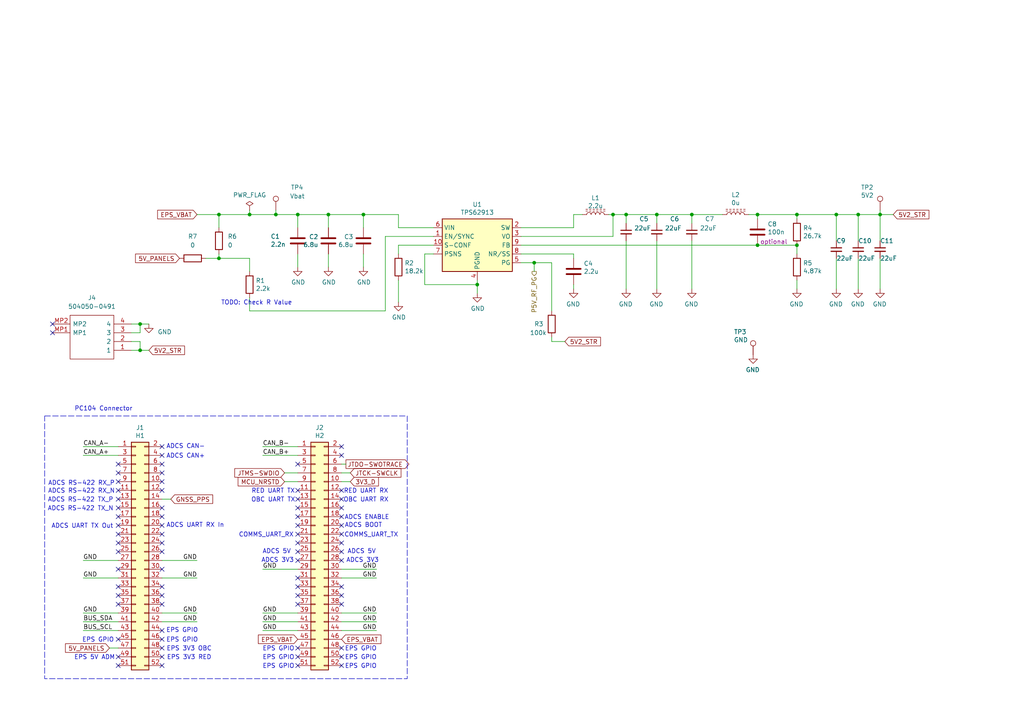
<source format=kicad_sch>
(kicad_sch (version 20231120) (generator "eeschema") (generator_version "8.0")
  (paper "A4")
  (lib_symbols
    (symbol "Connector:TestPoint" (pin_numbers hide) (pin_names (offset 0.762) hide)
      (property "Reference" "TP" (at 0 6.858 0))
      (property "Value" "TestPoint" (at 0 5.08 0))
      (symbol "TestPoint_0_1"
        (circle (center 0 3.302) (radius 0.762))
      )
      (symbol "TestPoint_1_1"
        (pin passive line (at 0 0 90) (length 2.54) (name "1") (number "1"))
      )
    )
    (symbol "Connector_Generic:Conn_02x26_Odd_Even" (pin_names (offset 1.016) hide)
      (property "Reference" "J" (at 1.27 33.02 0))
      (property "Value" "Conn_02x26_Odd_Even" (at 1.27 -35.56 0))
      (symbol "Conn_02x26_Odd_Even_1_1"
        (rectangle (start -1.27 -32.893) (end 0 -33.147) (stroke (width 0.1524)))
        (rectangle (start -1.27 -30.353) (end 0 -30.607) (stroke (width 0.1524)))
        (rectangle (start -1.27 -27.813) (end 0 -28.067) (stroke (width 0.1524)))
        (rectangle (start -1.27 -25.273) (end 0 -25.527) (stroke (width 0.1524)))
        (rectangle (start -1.27 -22.733) (end 0 -22.987) (stroke (width 0.1524)))
        (rectangle (start -1.27 -20.193) (end 0 -20.447) (stroke (width 0.1524)))
        (rectangle (start -1.27 -17.653) (end 0 -17.907) (stroke (width 0.1524)))
        (rectangle (start -1.27 -15.113) (end 0 -15.367) (stroke (width 0.1524)))
        (rectangle (start -1.27 -12.573) (end 0 -12.827) (stroke (width 0.1524)))
        (rectangle (start -1.27 -10.033) (end 0 -10.287) (stroke (width 0.1524)))
        (rectangle (start -1.27 -7.493) (end 0 -7.747) (stroke (width 0.1524)))
        (rectangle (start -1.27 -4.953) (end 0 -5.207) (stroke (width 0.1524)))
        (rectangle (start -1.27 -2.413) (end 0 -2.667) (stroke (width 0.1524)))
        (rectangle (start -1.27 0.127) (end 0 -0.127) (stroke (width 0.1524)))
        (rectangle (start -1.27 2.667) (end 0 2.413) (stroke (width 0.1524)))
        (rectangle (start -1.27 5.207) (end 0 4.953) (stroke (width 0.1524)))
        (rectangle (start -1.27 7.747) (end 0 7.493) (stroke (width 0.1524)))
        (rectangle (start -1.27 10.287) (end 0 10.033) (stroke (width 0.1524)))
        (rectangle (start -1.27 12.827) (end 0 12.573) (stroke (width 0.1524)))
        (rectangle (start -1.27 15.367) (end 0 15.113) (stroke (width 0.1524)))
        (rectangle (start -1.27 17.907) (end 0 17.653) (stroke (width 0.1524)))
        (rectangle (start -1.27 20.447) (end 0 20.193) (stroke (width 0.1524)))
        (rectangle (start -1.27 22.987) (end 0 22.733) (stroke (width 0.1524)))
        (rectangle (start -1.27 25.527) (end 0 25.273) (stroke (width 0.1524)))
        (rectangle (start -1.27 28.067) (end 0 27.813) (stroke (width 0.1524)))
        (rectangle (start -1.27 30.607) (end 0 30.353) (stroke (width 0.1524)))
        (rectangle (start -1.27 31.75) (end 3.81 -34.29) (stroke (width 0.254)) (fill (type background)))
        (rectangle (start 3.81 -32.893) (end 2.54 -33.147) (stroke (width 0.1524)))
        (rectangle (start 3.81 -30.353) (end 2.54 -30.607) (stroke (width 0.1524)))
        (rectangle (start 3.81 -27.813) (end 2.54 -28.067) (stroke (width 0.1524)))
        (rectangle (start 3.81 -25.273) (end 2.54 -25.527) (stroke (width 0.1524)))
        (rectangle (start 3.81 -22.733) (end 2.54 -22.987) (stroke (width 0.1524)))
        (rectangle (start 3.81 -20.193) (end 2.54 -20.447) (stroke (width 0.1524)))
        (rectangle (start 3.81 -17.653) (end 2.54 -17.907) (stroke (width 0.1524)))
        (rectangle (start 3.81 -15.113) (end 2.54 -15.367) (stroke (width 0.1524)))
        (rectangle (start 3.81 -12.573) (end 2.54 -12.827) (stroke (width 0.1524)))
        (rectangle (start 3.81 -10.033) (end 2.54 -10.287) (stroke (width 0.1524)))
        (rectangle (start 3.81 -7.493) (end 2.54 -7.747) (stroke (width 0.1524)))
        (rectangle (start 3.81 -4.953) (end 2.54 -5.207) (stroke (width 0.1524)))
        (rectangle (start 3.81 -2.413) (end 2.54 -2.667) (stroke (width 0.1524)))
        (rectangle (start 3.81 0.127) (end 2.54 -0.127) (stroke (width 0.1524)))
        (rectangle (start 3.81 2.667) (end 2.54 2.413) (stroke (width 0.1524)))
        (rectangle (start 3.81 5.207) (end 2.54 4.953) (stroke (width 0.1524)))
        (rectangle (start 3.81 7.747) (end 2.54 7.493) (stroke (width 0.1524)))
        (rectangle (start 3.81 10.287) (end 2.54 10.033) (stroke (width 0.1524)))
        (rectangle (start 3.81 12.827) (end 2.54 12.573) (stroke (width 0.1524)))
        (rectangle (start 3.81 15.367) (end 2.54 15.113) (stroke (width 0.1524)))
        (rectangle (start 3.81 17.907) (end 2.54 17.653) (stroke (width 0.1524)))
        (rectangle (start 3.81 20.447) (end 2.54 20.193) (stroke (width 0.1524)))
        (rectangle (start 3.81 22.987) (end 2.54 22.733) (stroke (width 0.1524)))
        (rectangle (start 3.81 25.527) (end 2.54 25.273) (stroke (width 0.1524)))
        (rectangle (start 3.81 28.067) (end 2.54 27.813) (stroke (width 0.1524)))
        (rectangle (start 3.81 30.607) (end 2.54 30.353) (stroke (width 0.1524)))
        (pin passive line (at -5.08 30.48 0) (length 3.81) (name "Pin_1") (number "1"))
        (pin passive line (at 7.62 20.32 180) (length 3.81) (name "Pin_10") (number "10"))
        (pin passive line (at -5.08 17.78 0) (length 3.81) (name "Pin_11") (number "11"))
        (pin passive line (at 7.62 17.78 180) (length 3.81) (name "Pin_12") (number "12"))
        (pin passive line (at -5.08 15.24 0) (length 3.81) (name "Pin_13") (number "13"))
        (pin passive line (at 7.62 15.24 180) (length 3.81) (name "Pin_14") (number "14"))
        (pin passive line (at -5.08 12.7 0) (length 3.81) (name "Pin_15") (number "15"))
        (pin passive line (at 7.62 12.7 180) (length 3.81) (name "Pin_16") (number "16"))
        (pin passive line (at -5.08 10.16 0) (length 3.81) (name "Pin_17") (number "17"))
        (pin passive line (at 7.62 10.16 180) (length 3.81) (name "Pin_18") (number "18"))
        (pin passive line (at -5.08 7.62 0) (length 3.81) (name "Pin_19") (number "19"))
        (pin passive line (at 7.62 30.48 180) (length 3.81) (name "Pin_2") (number "2"))
        (pin passive line (at 7.62 7.62 180) (length 3.81) (name "Pin_20") (number "20"))
        (pin passive line (at -5.08 5.08 0) (length 3.81) (name "Pin_21") (number "21"))
        (pin passive line (at 7.62 5.08 180) (length 3.81) (name "Pin_22") (number "22"))
        (pin passive line (at -5.08 2.54 0) (length 3.81) (name "Pin_23") (number "23"))
        (pin passive line (at 7.62 2.54 180) (length 3.81) (name "Pin_24") (number "24"))
        (pin passive line (at -5.08 0 0) (length 3.81) (name "Pin_25") (number "25"))
        (pin passive line (at 7.62 0 180) (length 3.81) (name "Pin_26") (number "26"))
        (pin passive line (at -5.08 -2.54 0) (length 3.81) (name "Pin_27") (number "27"))
        (pin passive line (at 7.62 -2.54 180) (length 3.81) (name "Pin_28") (number "28"))
        (pin passive line (at -5.08 -5.08 0) (length 3.81) (name "Pin_29") (number "29"))
        (pin passive line (at -5.08 27.94 0) (length 3.81) (name "Pin_3") (number "3"))
        (pin passive line (at 7.62 -5.08 180) (length 3.81) (name "Pin_30") (number "30"))
        (pin passive line (at -5.08 -7.62 0) (length 3.81) (name "Pin_31") (number "31"))
        (pin passive line (at 7.62 -7.62 180) (length 3.81) (name "Pin_32") (number "32"))
        (pin passive line (at -5.08 -10.16 0) (length 3.81) (name "Pin_33") (number "33"))
        (pin passive line (at 7.62 -10.16 180) (length 3.81) (name "Pin_34") (number "34"))
        (pin passive line (at -5.08 -12.7 0) (length 3.81) (name "Pin_35") (number "35"))
        (pin passive line (at 7.62 -12.7 180) (length 3.81) (name "Pin_36") (number "36"))
        (pin passive line (at -5.08 -15.24 0) (length 3.81) (name "Pin_37") (number "37"))
        (pin passive line (at 7.62 -15.24 180) (length 3.81) (name "Pin_38") (number "38"))
        (pin passive line (at -5.08 -17.78 0) (length 3.81) (name "Pin_39") (number "39"))
        (pin passive line (at 7.62 27.94 180) (length 3.81) (name "Pin_4") (number "4"))
        (pin passive line (at 7.62 -17.78 180) (length 3.81) (name "Pin_40") (number "40"))
        (pin passive line (at -5.08 -20.32 0) (length 3.81) (name "Pin_41") (number "41"))
        (pin passive line (at 7.62 -20.32 180) (length 3.81) (name "Pin_42") (number "42"))
        (pin passive line (at -5.08 -22.86 0) (length 3.81) (name "Pin_43") (number "43"))
        (pin passive line (at 7.62 -22.86 180) (length 3.81) (name "Pin_44") (number "44"))
        (pin passive line (at -5.08 -25.4 0) (length 3.81) (name "Pin_45") (number "45"))
        (pin passive line (at 7.62 -25.4 180) (length 3.81) (name "Pin_46") (number "46"))
        (pin passive line (at -5.08 -27.94 0) (length 3.81) (name "Pin_47") (number "47"))
        (pin passive line (at 7.62 -27.94 180) (length 3.81) (name "Pin_48") (number "48"))
        (pin passive line (at -5.08 -30.48 0) (length 3.81) (name "Pin_49") (number "49"))
        (pin passive line (at -5.08 25.4 0) (length 3.81) (name "Pin_5") (number "5"))
        (pin passive line (at 7.62 -30.48 180) (length 3.81) (name "Pin_50") (number "50"))
        (pin passive line (at -5.08 -33.02 0) (length 3.81) (name "Pin_51") (number "51"))
        (pin passive line (at 7.62 -33.02 180) (length 3.81) (name "Pin_52") (number "52"))
        (pin passive line (at 7.62 25.4 180) (length 3.81) (name "Pin_6") (number "6"))
        (pin passive line (at -5.08 22.86 0) (length 3.81) (name "Pin_7") (number "7"))
        (pin passive line (at 7.62 22.86 180) (length 3.81) (name "Pin_8") (number "8"))
        (pin passive line (at -5.08 20.32 0) (length 3.81) (name "Pin_9") (number "9"))
      )
    )
    (symbol "Connectors:504050-0491" (pin_names (offset 0.762))
      (property "Reference" "J" (at 19.05 7.62 0))
      (property "Value" "504050-0491" (at 19.05 5.08 0))
      (symbol "504050-0491_0_0"
        (pin passive line (at 0 -7.62 0) (length 5.08) (name "1") (number "1"))
        (pin passive line (at 0 -5.08 0) (length 5.08) (name "2") (number "2"))
        (pin passive line (at 0 -2.54 0) (length 5.08) (name "3") (number "3"))
        (pin passive line (at 0 0 0) (length 5.08) (name "4") (number "4"))
        (pin passive line (at 22.86 -2.54 180) (length 5.08) (name "MP1") (number "MP1"))
        (pin passive line (at 22.86 0 180) (length 5.08) (name "MP2") (number "MP2"))
      )
      (symbol "504050-0491_0_1"
        (polyline (pts (xy 5.08 2.54) (xy 17.78 2.54) (xy 17.78 -10.16) (xy 5.08 -10.16) (xy 5.08 2.54)) (stroke (width 0.1524)))
      )
    )
    (symbol "Device:C" (pin_numbers hide) (pin_names (offset 0.254))
      (property "Reference" "C" (at 0.635 2.54 0))
      (property "Value" "C" (at 0.635 -2.54 0))
      (symbol "C_0_1"
        (polyline (pts (xy -2.032 -0.762) (xy 2.032 -0.762)) (stroke (width 0.508)))
        (polyline (pts (xy -2.032 0.762) (xy 2.032 0.762)) (stroke (width 0.508)))
      )
      (symbol "C_1_1"
        (pin passive line (at 0 3.81 270) (length 2.794) (name "~") (number "1"))
        (pin passive line (at 0 -3.81 90) (length 2.794) (name "~") (number "2"))
      )
    )
    (symbol "Device:C_Small" (pin_numbers hide) (pin_names (offset 0.254) hide)
      (property "Reference" "C" (at 0.254 1.778 0))
      (property "Value" "C_Small" (at 0.254 -2.032 0))
      (symbol "C_Small_0_1"
        (polyline (pts (xy -1.524 -0.508) (xy 1.524 -0.508)) (stroke (width 0.3302)))
        (polyline (pts (xy -1.524 0.508) (xy 1.524 0.508)) (stroke (width 0.3048)))
      )
      (symbol "C_Small_1_1"
        (pin passive line (at 0 2.54 270) (length 2.032) (name "~") (number "1"))
        (pin passive line (at 0 -2.54 90) (length 2.032) (name "~") (number "2"))
      )
    )
    (symbol "Device:L_Ferrite" (pin_numbers hide) (pin_names (offset 1.016) hide)
      (property "Reference" "L" (at -1.27 0 90))
      (property "Value" "L_Ferrite" (at 2.794 0 90))
      (symbol "L_Ferrite_0_1"
        (arc (start 0 -2.54) (mid 0.6323 -1.905) (end 0 -1.27))
        (arc (start 0 -1.27) (mid 0.6323 -0.635) (end 0 0))
        (polyline (pts (xy 1.016 -2.794) (xy 1.016 -2.286)))
        (polyline (pts (xy 1.016 -1.778) (xy 1.016 -1.27)))
        (polyline (pts (xy 1.016 -0.762) (xy 1.016 -0.254)))
        (polyline (pts (xy 1.016 0.254) (xy 1.016 0.762)))
        (polyline (pts (xy 1.016 1.27) (xy 1.016 1.778)))
        (polyline (pts (xy 1.016 2.286) (xy 1.016 2.794)))
        (polyline (pts (xy 1.524 -2.286) (xy 1.524 -2.794)))
        (polyline (pts (xy 1.524 -1.27) (xy 1.524 -1.778)))
        (polyline (pts (xy 1.524 -0.254) (xy 1.524 -0.762)))
        (polyline (pts (xy 1.524 0.762) (xy 1.524 0.254)))
        (polyline (pts (xy 1.524 1.778) (xy 1.524 1.27)))
        (polyline (pts (xy 1.524 2.794) (xy 1.524 2.286)))
        (arc (start 0 0) (mid 0.6323 0.635) (end 0 1.27))
        (arc (start 0 1.27) (mid 0.6323 1.905) (end 0 2.54))
      )
      (symbol "L_Ferrite_1_1"
        (pin passive line (at 0 3.81 270) (length 1.27) (name "1") (number "1"))
        (pin passive line (at 0 -3.81 90) (length 1.27) (name "2") (number "2"))
      )
    )
    (symbol "Device:R" (pin_numbers hide) (pin_names (offset 0))
      (property "Reference" "R" (at 2.032 0 90))
      (property "Value" "R" (at 0 0 90))
      (symbol "R_0_1"
        (rectangle (start -1.016 -2.54) (end 1.016 2.54) (stroke (width 0.254)))
      )
      (symbol "R_1_1"
        (pin passive line (at 0 3.81 270) (length 1.27) (name "~") (number "1"))
        (pin passive line (at 0 -3.81 90) (length 1.27) (name "~") (number "2"))
      )
    )
    (symbol "lsf-kicad:TPS62913"
      (property "Reference" "U" (at -10.16 10.16 0))
      (property "Value" "TPS62913" (at 7.62 10.16 0))
      (symbol "TPS62913_0_1"
        (rectangle (start -10.16 7.62) (end 10.16 -7.62) (stroke (width 0.254)) (fill (type background)))
      )
      (symbol "TPS62913_1_1"
        (pin input line (at -12.7 2.54 0) (length 2.54) (name "EN/SYNC") (number "1"))
        (pin output line (at -12.7 0 0) (length 2.54) (name "S-CONF") (number "10"))
        (pin bidirectional line (at 12.7 5.08 180) (length 2.54) (name "SW") (number "2"))
        (pin input line (at 12.7 2.54 180) (length 2.54) (name "VO") (number "3"))
        (pin power_in line (at 0 -10.16 90) (length 2.54) (name "PGND") (number "4"))
        (pin output line (at 12.7 -5.08 180) (length 2.54) (name "PG") (number "5"))
        (pin power_in line (at -12.7 5.08 0) (length 2.54) (name "VIN") (number "6"))
        (pin input line (at -12.7 -2.54 0) (length 2.54) (name "PSNS") (number "7"))
        (pin output line (at 12.7 -2.54 180) (length 2.54) (name "NR/SS") (number "8"))
        (pin input line (at 12.7 0 180) (length 2.54) (name "FB") (number "9"))
      )
    )
    (symbol "power:GND" (power) (pin_names (offset 0))
      (property "Value" "GND" (at 0 -3.81 0))
      (symbol "GND_0_1"
        (polyline (pts (xy 0 0) (xy 0 -1.27) (xy 1.27 -1.27) (xy 0 -2.54) (xy -1.27 -1.27) (xy 0 -1.27)))
      )
      (symbol "GND_1_1"
        (pin power_in line (at 0 0 270) (length 0) hide (name "GND") (number "1"))
      )
    )
    (symbol "power:PWR_FLAG" (power) (pin_numbers hide) (pin_names (offset 0) hide)
      (property "Value" "PWR_FLAG" (at 0 3.81 0))
      (symbol "PWR_FLAG_0_0"
        (pin power_out line (at 0 0 90) (length 0) (name "pwr") (number "1"))
      )
      (symbol "PWR_FLAG_0_1"
        (polyline (pts (xy 0 0) (xy 0 1.27) (xy -1.016 1.905) (xy 0 2.54) (xy 1.016 1.905) (xy 0 1.27)))
      )
    )
  )
  (junction (at 219.71 71.12))
  (junction (at 248.92 62.23))
  (junction (at 40.64 101.6))
  (junction (at 63.5 62.23))
  (junction (at 138.43 82.55))
  (junction (at 80.01 62.23))
  (junction (at 200.66 62.23))
  (junction (at 190.5 62.23))
  (junction (at 181.61 62.23))
  (junction (at 231.14 71.12))
  (junction (at 255.27 62.23))
  (junction (at 95.25 62.23))
  (junction (at 219.71 62.23))
  (junction (at 63.5 74.93))
  (junction (at 72.39 62.23))
  (junction (at 231.14 62.23))
  (junction (at 40.64 93.98))
  (junction (at 177.8 62.23))
  (junction (at 154.94 76.2))
  (junction (at 242.57 62.23))
  (junction (at 86.36 62.23))
  (junction (at 105.41 62.23))
  (no_connect (at 34.29 139.7))
  (no_connect (at 99.06 154.94))
  (no_connect (at 99.06 149.86))
  (no_connect (at 99.06 162.56))
  (no_connect (at 86.36 193.04))
  (no_connect (at 86.36 162.56))
  (no_connect (at 46.99 132.08))
  (no_connect (at 34.29 190.5))
  (no_connect (at 86.36 172.72))
  (no_connect (at 34.29 170.18))
  (no_connect (at 99.06 152.4))
  (no_connect (at 46.99 185.42))
  (no_connect (at 46.99 139.7))
  (no_connect (at 99.06 157.48))
  (no_connect (at 86.36 170.18))
  (no_connect (at 99.06 187.96))
  (no_connect (at 34.29 157.48))
  (no_connect (at 46.99 157.48))
  (no_connect (at 34.29 193.04))
  (no_connect (at 86.36 190.5))
  (no_connect (at 99.06 193.04))
  (no_connect (at 15.24 93.98))
  (no_connect (at 99.06 129.54))
  (no_connect (at 34.29 165.1))
  (no_connect (at 46.99 187.96))
  (no_connect (at 99.06 142.24))
  (no_connect (at 46.99 142.24))
  (no_connect (at 99.06 190.5))
  (no_connect (at 34.29 144.78))
  (no_connect (at 34.29 134.62))
  (no_connect (at 34.29 142.24))
  (no_connect (at 15.24 96.52))
  (no_connect (at 86.36 154.94))
  (no_connect (at 86.36 147.32))
  (no_connect (at 99.06 175.26))
  (no_connect (at 46.99 193.04))
  (no_connect (at 34.29 172.72))
  (no_connect (at 86.36 144.78))
  (no_connect (at 34.29 147.32))
  (no_connect (at 46.99 134.62))
  (no_connect (at 34.29 149.86))
  (no_connect (at 46.99 165.1))
  (no_connect (at 46.99 149.86))
  (no_connect (at 46.99 152.4))
  (no_connect (at 86.36 175.26))
  (no_connect (at 34.29 175.26))
  (no_connect (at 86.36 187.96))
  (no_connect (at 86.36 134.62))
  (no_connect (at 99.06 170.18))
  (no_connect (at 46.99 172.72))
  (no_connect (at 46.99 190.5))
  (no_connect (at 86.36 142.24))
  (no_connect (at 99.06 172.72))
  (no_connect (at 46.99 129.54))
  (no_connect (at 99.06 147.32))
  (no_connect (at 86.36 160.02))
  (no_connect (at 86.36 157.48))
  (no_connect (at 46.99 154.94))
  (no_connect (at 34.29 152.4))
  (no_connect (at 34.29 137.16))
  (no_connect (at 46.99 160.02))
  (no_connect (at 34.29 185.42))
  (no_connect (at 34.29 160.02))
  (no_connect (at 34.29 154.94))
  (no_connect (at 86.36 152.4))
  (no_connect (at 46.99 182.88))
  (no_connect (at 99.06 132.08))
  (no_connect (at 99.06 144.78))
  (no_connect (at 46.99 175.26))
  (no_connect (at 46.99 147.32))
  (no_connect (at 46.99 137.16))
  (no_connect (at 86.36 167.64))
  (no_connect (at 46.99 170.18))
  (no_connect (at 86.36 149.86))
  (no_connect (at 99.06 160.02))
  (wire (pts (xy 57.15 180.34) (xy 46.99 180.34)))
  (wire (pts (xy 248.92 62.23) (xy 248.92 69.85)))
  (wire (pts (xy 82.55 139.7) (xy 86.36 139.7)))
  (wire (pts (xy 72.39 62.23) (xy 80.01 62.23)))
  (wire (pts (xy 72.39 86.36) (xy 72.39 90.17)))
  (wire (pts (xy 151.13 76.2) (xy 154.94 76.2)))
  (wire (pts (xy 217.17 62.23) (xy 219.71 62.23)))
  (wire (pts (xy 115.57 81.28) (xy 115.57 87.63)))
  (wire (pts (xy 105.41 62.23) (xy 115.57 62.23)))
  (wire (pts (xy 31.75 187.96) (xy 34.29 187.96)))
  (wire (pts (xy 57.15 177.8) (xy 46.99 177.8)))
  (wire (pts (xy 109.22 180.34) (xy 99.06 180.34)))
  (wire (pts (xy 109.22 177.8) (xy 99.06 177.8)))
  (wire (pts (xy 57.15 62.23) (xy 63.5 62.23)))
  (wire (pts (xy 86.36 62.23) (xy 95.25 62.23)))
  (wire (pts (xy 181.61 62.23) (xy 181.61 64.77)))
  (wire (pts (xy 242.57 62.23) (xy 248.92 62.23)))
  (wire (pts (xy 160.02 97.79) (xy 160.02 99.06)))
  (wire (pts (xy 86.36 66.04) (xy 86.36 62.23)))
  (wire (pts (xy 190.5 62.23) (xy 200.66 62.23)))
  (wire (pts (xy 40.64 96.52) (xy 38.1 96.52)))
  (wire (pts (xy 24.13 132.08) (xy 34.29 132.08)))
  (wire (pts (xy 115.57 66.04) (xy 125.73 66.04)))
  (wire (pts (xy 63.5 62.23) (xy 72.39 62.23)))
  (wire (pts (xy 24.13 167.64) (xy 34.29 167.64)))
  (wire (pts (xy 160.02 99.06) (xy 163.83 99.06)))
  (wire (pts (xy 181.61 69.85) (xy 181.61 83.82)))
  (wire (pts (xy 177.8 62.23) (xy 181.61 62.23)))
  (wire (pts (xy 154.94 76.2) (xy 154.94 78.74)))
  (wire (pts (xy 46.99 144.78) (xy 49.53 144.78)))
  (wire (pts (xy 115.57 71.12) (xy 115.57 73.66)))
  (wire (pts (xy 138.43 82.55) (xy 138.43 85.09)))
  (wire (pts (xy 82.55 137.16) (xy 86.36 137.16)))
  (wire (pts (xy 231.14 62.23) (xy 242.57 62.23)))
  (wire (pts (xy 76.2 182.88) (xy 86.36 182.88)))
  (wire (pts (xy 109.22 182.88) (xy 99.06 182.88)))
  (wire (pts (xy 111.76 90.17) (xy 111.76 68.58)))
  (wire (pts (xy 200.66 62.23) (xy 200.66 64.77)))
  (wire (pts (xy 40.64 101.6) (xy 38.1 101.6)))
  (wire (pts (xy 86.36 129.54) (xy 76.2 129.54)))
  (wire (pts (xy 95.25 62.23) (xy 105.41 62.23)))
  (wire (pts (xy 242.57 62.23) (xy 242.57 69.85)))
  (wire (pts (xy 57.15 167.64) (xy 46.99 167.64)))
  (wire (pts (xy 151.13 68.58) (xy 177.8 68.58)))
  (wire (pts (xy 176.53 62.23) (xy 177.8 62.23)))
  (wire (pts (xy 63.5 62.23) (xy 63.5 66.04)))
  (wire (pts (xy 123.19 82.55) (xy 138.43 82.55)))
  (wire (pts (xy 255.27 60.96) (xy 255.27 62.23)))
  (wire (pts (xy 40.64 93.98) (xy 40.64 96.52)))
  (wire (pts (xy 80.01 60.96) (xy 80.01 62.23)))
  (wire (pts (xy 76.2 177.8) (xy 86.36 177.8)))
  (wire (pts (xy 151.13 73.66) (xy 166.37 73.66)))
  (wire (pts (xy 24.13 162.56) (xy 34.29 162.56)))
  (wire (pts (xy 105.41 62.23) (xy 105.41 66.04)))
  (wire (pts (xy 166.37 62.23) (xy 168.91 62.23)))
  (wire (pts (xy 255.27 62.23) (xy 255.27 69.85)))
  (wire (pts (xy 40.64 101.6) (xy 43.18 101.6)))
  (wire (pts (xy 72.39 60.96) (xy 72.39 62.23)))
  (wire (pts (xy 115.57 71.12) (xy 125.73 71.12)))
  (wire (pts (xy 24.13 180.34) (xy 34.29 180.34)))
  (wire (pts (xy 190.5 69.85) (xy 190.5 83.82)))
  (wire (pts (xy 242.57 74.93) (xy 242.57 83.82)))
  (wire (pts (xy 86.36 73.66) (xy 86.36 77.47)))
  (wire (pts (xy 43.18 93.98) (xy 40.64 93.98)))
  (wire (pts (xy 24.13 177.8) (xy 34.29 177.8)))
  (wire (pts (xy 151.13 71.12) (xy 219.71 71.12)))
  (wire (pts (xy 219.71 62.23) (xy 219.71 63.5)))
  (wire (pts (xy 219.71 62.23) (xy 231.14 62.23)))
  (wire (pts (xy 63.5 73.66) (xy 63.5 74.93)))
  (wire (pts (xy 166.37 66.04) (xy 151.13 66.04)))
  (wire (pts (xy 115.57 62.23) (xy 115.57 66.04)))
  (wire (pts (xy 101.6 139.7) (xy 99.06 139.7)))
  (wire (pts (xy 200.66 69.85) (xy 200.66 83.82)))
  (wire (pts (xy 24.13 129.54) (xy 34.29 129.54)))
  (wire (pts (xy 24.13 182.88) (xy 34.29 182.88)))
  (wire (pts (xy 219.71 71.12) (xy 231.14 71.12)))
  (wire (pts (xy 231.14 81.28) (xy 231.14 83.82)))
  (wire (pts (xy 123.19 73.66) (xy 123.19 82.55)))
  (wire (pts (xy 105.41 73.66) (xy 105.41 77.47)))
  (wire (pts (xy 101.6 137.16) (xy 99.06 137.16)))
  (wire (pts (xy 95.25 62.23) (xy 95.25 66.04)))
  (wire (pts (xy 166.37 83.82) (xy 166.37 82.55)))
  (wire (pts (xy 123.19 73.66) (xy 125.73 73.66)))
  (wire (pts (xy 63.5 74.93) (xy 59.69 74.93)))
  (wire (pts (xy 72.39 74.93) (xy 63.5 74.93)))
  (wire (pts (xy 72.39 90.17) (xy 111.76 90.17)))
  (wire (pts (xy 166.37 73.66) (xy 166.37 74.93)))
  (wire (pts (xy 231.14 71.12) (xy 231.14 73.66)))
  (wire (pts (xy 57.15 162.56) (xy 46.99 162.56)))
  (wire (pts (xy 200.66 62.23) (xy 209.55 62.23)))
  (wire (pts (xy 40.64 99.06) (xy 40.64 101.6)))
  (wire (pts (xy 72.39 78.74) (xy 72.39 74.93)))
  (wire (pts (xy 154.94 76.2) (xy 160.02 76.2)))
  (wire (pts (xy 99.06 165.1) (xy 109.22 165.1)))
  (wire (pts (xy 76.2 132.08) (xy 86.36 132.08)))
  (wire (pts (xy 99.06 167.64) (xy 109.22 167.64)))
  (wire (pts (xy 248.92 74.93) (xy 248.92 83.82)))
  (wire (pts (xy 80.01 62.23) (xy 86.36 62.23)))
  (wire (pts (xy 160.02 76.2) (xy 160.02 90.17)))
  (wire (pts (xy 181.61 62.23) (xy 190.5 62.23)))
  (wire (pts (xy 190.5 62.23) (xy 190.5 64.77)))
  (wire (pts (xy 111.76 68.58) (xy 125.73 68.58)))
  (wire (pts (xy 231.14 63.5) (xy 231.14 62.23)))
  (wire (pts (xy 259.08 62.23) (xy 255.27 62.23)))
  (wire (pts (xy 166.37 62.23) (xy 166.37 66.04)))
  (wire (pts (xy 40.64 93.98) (xy 38.1 93.98)))
  (wire (pts (xy 38.1 99.06) (xy 40.64 99.06)))
  (wire (pts (xy 248.92 62.23) (xy 255.27 62.23)))
  (wire (pts (xy 100.33 134.62) (xy 99.06 134.62)))
  (wire (pts (xy 76.2 180.34) (xy 86.36 180.34)))
  (wire (pts (xy 255.27 74.93) (xy 255.27 83.82)))
  (wire (pts (xy 177.8 62.23) (xy 177.8 68.58)))
  (wire (pts (xy 138.43 81.28) (xy 138.43 82.55)))
  (wire (pts (xy 76.2 165.1) (xy 86.36 165.1)))
  (wire (pts (xy 95.25 73.66) (xy 95.25 77.47)))
  (rectangle (start 12.954 120.65) (end 118.11 196.85) (stroke (width 0) (type dash)))
  (text "OBC UART RX" (at 106.172 145.034 0) (effects (font (size 1.27 1.27))))
  (text "ADCS CAN-" (at 53.848 129.54 0) (effects (font (size 1.27 1.27))))
  (text "COMMS_UART_TX" (at 107.696 155.194 0) (effects (font (size 1.27 1.27))))
  (text "EPS GPIO" (at 80.772 190.754 0) (effects (font (size 1.27 1.27))))
  (text "EPS 5V ADM" (at 27.432 190.754 0) (effects (font (size 1.27 1.27))))
  (text "EPS GPIO" (at 80.772 188.214 0) (effects (font (size 1.27 1.27))))
  (text "ADCS 5V" (at 104.902 160.02 0) (effects (font (size 1.27 1.27))))
  (text "ADCS UART RX In\n" (at 56.642 152.4 0) (effects (font (size 1.27 1.27))))
  (text "ADCS RS-422 RX_P\n" (at 23.622 140.208 0) (effects (font (size 1.27 1.27))))
  (text "PC104 Connector\n" (at 21.59 119.38 0) (effects (font (size 1.27 1.27)) (justify left bottom)))
  (text "ADCS 5V" (at 80.264 160.02 0) (effects (font (size 1.27 1.27))))
  (text "EPS GPIO" (at 28.448 185.674 0) (effects (font (size 1.27 1.27))))
  (text "ADCS 3V3\n" (at 105.156 162.56 0) (effects (font (size 1.27 1.27))))
  (text "EPS GPIO" (at 52.832 185.674 0) (effects (font (size 1.27 1.27))))
  (text "EPS 3V3 RED" (at 54.864 190.754 0) (effects (font (size 1.27 1.27))))
  (text "ADCS BOOT" (at 105.41 152.4 0) (effects (font (size 1.27 1.27))))
  (text "ADCS UART TX Out\n" (at 23.876 152.654 0) (effects (font (size 1.27 1.27))))
  (text "EPS GPIO" (at 104.648 193.294 0) (effects (font (size 1.27 1.27))))
  (text "RED UART RX" (at 106.172 142.494 0) (effects (font (size 1.27 1.27))))
  (text "EPS GPIO" (at 104.648 190.754 0) (effects (font (size 1.27 1.27))))
  (text "OBC UART TX" (at 79.248 145.034 0) (effects (font (size 1.27 1.27))))
  (text "ADCS ENABLE" (at 106.426 150.114 0) (effects (font (size 1.27 1.27))))
  (text "EPS 3V3 OBC" (at 54.864 188.214 0) (effects (font (size 1.27 1.27))))
  (text "ADCS RS-422 RX_N\n\n" (at 23.622 143.51 0) (effects (font (size 1.27 1.27))))
  (text "ADCS RS-422 TX_P\n\n" (at 23.368 146.05 0) (effects (font (size 1.27 1.27))))
  (text "TODO: Check R Value" (at 74.422 87.884 0) (effects (font (size 1.27 1.27))))
  (text "EPS GPIO" (at 52.832 182.88 0) (effects (font (size 1.27 1.27))))
  (text "ADCS CAN+\n" (at 53.848 132.334 0) (effects (font (size 1.27 1.27))))
  (text "ADCS 3V3\n" (at 80.518 162.56 0) (effects (font (size 1.27 1.27))))
  (text "EPS GPIO" (at 104.648 188.214 0) (effects (font (size 1.27 1.27))))
  (text "RED UART TX" (at 79.248 142.494 0) (effects (font (size 1.27 1.27))))
  (text "COMMS_UART_RX" (at 77.216 155.194 0) (effects (font (size 1.27 1.27))))
  (text "ADCS RS-422 TX_N\n" (at 23.368 147.574 0) (effects (font (size 1.27 1.27))))
  (text "EPS GPIO" (at 80.772 193.294 0) (effects (font (size 1.27 1.27))))
  (label "CAN_A-" (at 24.13 129.54 0))
  (label "BUS_SDA" (at 24.13 180.34 0))
  (label "GND" (at 76.2 180.34 0))
  (label "CAN_A+" (at 24.13 132.08 0))
  (label "GND" (at 109.22 167.64 180))
  (label "GND" (at 109.22 165.1 180))
  (label "CAN_B+" (at 76.2 132.08 0))
  (label "GND" (at 57.15 162.56 180))
  (label "GND" (at 24.13 167.64 0))
  (label "GND" (at 57.15 177.8 180))
  (label "GND" (at 76.2 182.88 0))
  (label "GND" (at 76.2 165.1 0))
  (label "GND" (at 24.13 177.8 0))
  (label "GND" (at 24.13 162.56 0))
  (label "GND" (at 109.22 182.88 180))
  (label "BUS_SCL" (at 24.13 182.88 0))
  (label "GND" (at 57.15 167.64 180))
  (label "GND" (at 109.22 180.34 180))
  (label "GND" (at 109.22 177.8 180))
  (label "CAN_B-" (at 76.2 129.54 0))
  (label "GND" (at 57.15 180.34 180))
  (label "GND" (at 76.2 177.8 0))
  (global_label "5V2_STR" (shape input) (at 163.83 99.06 0) (property "Intersheetrefs" "${INTERSHEET_REFS}" (effects (hide yes))))
  (global_label "3V3_D" (shape input) (at 101.6 139.7 0) (property "Intersheetrefs" "${INTERSHEET_REFS}" (effects (hide yes))))
  (global_label "JTDO-SWOTRACE" (shape output) (at 100.33 134.62 0) (property "Intersheetrefs" "${INTERSHEET_REFS}" (effects (hide yes))))
  (global_label "EPS_VBAT" (shape input) (at 86.36 185.42 180) (property "Intersheetrefs" "${INTERSHEET_REFS}" (effects (hide yes))))
  (global_label "5V_PANELS" (shape input) (at 52.07 74.93 180) (property "Intersheetrefs" "${INTERSHEET_REFS}" (effects (hide yes))))
  (global_label "5V2_STR" (shape input) (at 43.18 101.6 0) (property "Intersheetrefs" "${INTERSHEET_REFS}" (effects (hide yes))))
  (global_label "JTMS-SWDIO" (shape input) (at 82.55 137.16 180) (property "Intersheetrefs" "${INTERSHEET_REFS}" (effects (hide yes))))
  (global_label "GNSS_PPS" (shape input) (at 49.53 144.78 0) (property "Intersheetrefs" "${INTERSHEET_REFS}" (effects (hide yes))))
  (global_label "5V2_STR" (shape input) (at 259.08 62.23 0) (property "Intersheetrefs" "${INTERSHEET_REFS}" (effects (hide yes))))
  (global_label "JTCK-SWCLK" (shape input) (at 101.6 137.16 0) (property "Intersheetrefs" "${INTERSHEET_REFS}" (effects (hide yes))))
  (global_label "5V_PANELS" (shape input) (at 31.75 187.96 180) (property "Intersheetrefs" "${INTERSHEET_REFS}" (effects (hide yes))))
  (global_label "EPS_VBAT" (shape input) (at 99.06 185.42 0) (property "Intersheetrefs" "${INTERSHEET_REFS}" (effects (hide yes))))
  (global_label "EPS_VBAT" (shape input) (at 57.15 62.23 180) (property "Intersheetrefs" "${INTERSHEET_REFS}" (effects (hide yes))))
  (global_label "MCU_NRSTD" (shape input) (at 82.55 139.7 180) (property "Intersheetrefs" "${INTERSHEET_REFS}" (effects (hide yes))))
  (hierarchical_label "P5V_RF_PG" (shape output) (at 154.94 78.74 270))
  (symbol (lib_id "power:PWR_FLAG") (at 72.39 60.96 0) (unit 1)
    (property "Reference" "#FLG01" (effects (hide yes)))
    (property "Value" "PWR_FLAG" (at 72.39 56.5658 0))
  )
  (symbol (lib_id "Device:C_Small") (at 200.66 67.31 0) (mirror y) (unit 1)
    (property "Reference" "C7" (at 204.47 63.5 0) (effects (justify right)))
    (property "Value" "22uF" (at 202.9968 66.167 0) (effects (justify right)))
    (property "Footprint" "Capacitor_SMD:C_0805_2012Metric" (effects (hide yes)))
    (property "Description" "Capacitor, 0603, 10%, 50V, X7R" (effects (hide yes)))
    (property "Mnf." "KEMET" (effects (hide yes)))
    (property "PartNumber" "C0402C104K4RACTU" (effects (hide yes)))
  )
  (symbol (lib_id "power:GND") (at 166.37 83.82 0) (mirror y) (unit 1)
    (property "Reference" "#PWR06" (effects (hide yes)))
    (property "Value" "GND" (at 166.243 88.2142 0))
  )
  (symbol (lib_id "power:GND") (at 115.57 87.63 0) (unit 1)
    (property "Reference" "#PWR04" (effects (hide yes)))
    (property "Value" "GND" (at 115.697 92.0242 0))
  )
  (symbol (lib_id "Device:C") (at 86.36 69.85 0) (unit 1)
    (property "Reference" "C1" (at 78.486 68.58 0) (effects (justify left)))
    (property "Value" "2.2n" (at 78.486 70.8914 0) (effects (justify left)))
    (property "Footprint" "Capacitor_SMD:C_0402_1005Metric" (effects (hide yes)))
    (property "Description" "ESR 1.08Ohm" (effects (hide yes)))
    (property "PartNumber" "CGA2B2X7R1H222K050BA" (effects (hide yes)))
  )
  (symbol (lib_id "Connectors:504050-0491") (at 38.1 93.98 0) (mirror y) (unit 1)
    (property "Reference" "J4" (at 26.67 86.36 0))
    (property "Value" "504050-0491" (at 26.67 88.9 0))
    (property "Footprint" "504050-0491:5040500491" (effects (hide yes)))
    (property "Datasheet" "http://www.molex.com/pdm_docs/sd/5040500491_sd.pdf" (effects (hide yes)))
    (property "Description" "1.50mm Pitch, Pico-Lock PCB Header, Single Row, Right-Angle, Surface Mount, Gold (Au) Plating, Positive Lock, 4 Circuits, Tape and Reel" (effects (hide yes)))
    (property "Height" "2.15" (effects (hide yes)))
    (property "Mouser Part Number" "538-504050-0491" (effects (hide yes)))
    (property "Mouser Price/Stock" "https://www.mouser.co.uk/ProductDetail/Molex/504050-0491?qs=yXHQdf%252Bjwlut3yyE1%252ByhMA%3D%3D" (effects (hide yes)))
    (property "Manufacturer_Name" "Molex" (effects (hide yes)))
    (property "Manufacturer_Part_Number" "504050-0491" (effects (hide yes)))
  )
  (symbol (lib_id "Device:C_Small") (at 242.57 72.39 0) (mirror y) (unit 1)
    (property "Reference" "C9" (at 242.57 69.85 0) (effects (justify right)))
    (property "Value" "22uF" (at 242.57 74.93 0) (effects (justify right)))
    (property "Footprint" "Capacitor_SMD:C_0805_2012Metric" (effects (hide yes)))
    (property "Description" "Capacitor, 0603, 10%, 50V, X7R" (effects (hide yes)))
    (property "Mnf." "KEMET" (effects (hide yes)))
    (property "PartNumber" "C0402C104K4RACTU" (effects (hide yes)))
  )
  (symbol (lib_id "Device:R") (at 72.39 82.55 0) (unit 1)
    (property "Reference" "R1" (at 74.168 81.3816 0) (effects (justify left)))
    (property "Value" "2.2k" (at 74.168 83.693 0) (effects (justify left)))
    (property "Footprint" "Resistor_SMD:R_0603_1608Metric" (effects (hide yes)))
    (property "PartNumber" "CR0603-JW-222ELF" (effects (hide yes)))
  )
  (symbol (lib_id "Device:L_Ferrite") (at 213.36 62.23 90) (unit 1)
    (property "Reference" "L2" (at 213.36 56.515 90))
    (property "Value" "0u" (at 213.36 58.8264 90))
    (property "Footprint" "Inductor_SMD:L_0805_2012Metric" (effects (hide yes)))
    (property "PartNumber" "782853200" (effects (hide yes)))
    (property "Mnf." "Wurth Elektronik" (effects (hide yes)))
  )
  (symbol (lib_id "Device:R") (at 55.88 74.93 90) (unit 1)
    (property "Reference" "R7" (at 55.88 68.58 90))
    (property "Value" "0" (at 55.88 71.12 90))
    (property "Footprint" "Resistor_SMD:R_0805_2012Metric_Pad1.20x1.40mm_HandSolder" (effects (hide yes)))
    (property "Description" "Resistor" (effects (hide yes)))
  )
  (symbol (lib_id "Device:L_Ferrite") (at 172.72 62.23 90) (unit 1)
    (property "Reference" "L1" (at 172.72 57.404 90))
    (property "Value" "2.2u" (at 172.72 59.7154 90))
    (property "Footprint" "ASPI-0520LR-2R2M-T2:ASPI-0504-100M-T" (effects (hide yes)))
    (property "PartNumber" "ASPI-0520LR-2R2M-T2" (effects (hide yes)))
    (property "Mnf." "ABRACON" (effects (hide yes)))
  )
  (symbol (lib_id "power:GND") (at 43.18 93.98 0) (mirror y) (unit 1)
    (property "Reference" "#PWR014" (effects (hide yes)))
    (property "Value" "GND" (at 47.752 96.266 0))
  )
  (symbol (lib_id "power:GND") (at 231.14 83.82 0) (mirror y) (unit 1)
    (property "Reference" "#PWR010" (effects (hide yes)))
    (property "Value" "GND" (at 231.013 88.2142 0))
  )
  (symbol (lib_id "Device:C_Small") (at 255.27 72.39 0) (mirror y) (unit 1)
    (property "Reference" "C11" (at 255.27 69.85 0) (effects (justify right)))
    (property "Value" "22uF" (at 255.27 74.93 0) (effects (justify right)))
    (property "Footprint" "Capacitor_SMD:C_0805_2012Metric" (effects (hide yes)))
    (property "Description" "Capacitor, 0603, 10%, 50V, X7R" (effects (hide yes)))
    (property "Mnf." "KEMET" (effects (hide yes)))
    (property "PartNumber" "C0402C104K4RACTU" (effects (hide yes)))
  )
  (symbol (lib_id "Device:C_Small") (at 190.5 67.31 0) (mirror y) (unit 1)
    (property "Reference" "C6" (at 194.31 63.5 0) (effects (justify right)))
    (property "Value" "22uF" (at 192.8368 66.167 0) (effects (justify right)))
    (property "Footprint" "Capacitor_SMD:C_0805_2012Metric" (effects (hide yes)))
    (property "Description" "Capacitor, 0603, 10%, 50V, X7R" (effects (hide yes)))
    (property "Mnf." "KEMET" (effects (hide yes)))
    (property "PartNumber" "C0402C104K4RACTU" (effects (hide yes)))
  )
  (symbol (lib_id "Device:R") (at 63.5 69.85 0) (unit 1)
    (property "Reference" "R6" (at 66.04 68.5799 0) (effects (justify left)))
    (property "Value" "0" (at 66.04 71.1199 0) (effects (justify left)))
    (property "Footprint" "Resistor_SMD:R_0805_2012Metric_Pad1.20x1.40mm_HandSolder" (effects (hide yes)))
    (property "Description" "Resistor" (effects (hide yes)))
  )
  (symbol (lib_id "power:GND") (at 200.66 83.82 0) (mirror y) (unit 1)
    (property "Reference" "#PWR09" (effects (hide yes)))
    (property "Value" "GND" (at 200.533 88.2142 0))
  )
  (symbol (lib_id "Device:C") (at 95.25 69.85 0) (mirror y) (unit 1)
    (property "Reference" "C2" (at 92.329 68.6816 0) (effects (justify left)))
    (property "Value" "6.8u" (at 92.329 70.993 0) (effects (justify left)))
    (property "Footprint" "Capacitor_SMD:C_0805_2012Metric" (effects (hide yes)))
    (property "Description" "ESR 4.639mOhm" (effects (hide yes)))
    (property "PartNumber" "C2012X5R1E685K125AC" (effects (hide yes)))
  )
  (symbol (lib_id "Device:C") (at 219.71 67.31 0) (unit 1)
    (property "Reference" "C8" (at 222.631 64.9986 0) (effects (justify left)))
    (property "Value" "100n" (at 222.631 67.31 0) (effects (justify left)))
    (property "Footprint" "Capacitor_SMD:C_0402_1005Metric" (effects (hide yes)))
    (property "Comment" "optional" (at 220.472 70.104 0) (effects (justify left)))
    (property "PartNumber" "C0402C104K4RACTU" (effects (hide yes)))
    (property "Mnf." "KEMET" (effects (hide yes)))
  )
  (symbol (lib_id "Device:R") (at 231.14 77.47 0) (unit 1)
    (property "Reference" "R5" (at 232.918 76.3016 0) (effects (justify left)))
    (property "Value" "4.87k" (at 232.918 78.613 0) (effects (justify left)))
    (property "Footprint" "Resistor_SMD:R_0402_1005Metric" (effects (hide yes)))
    (property "PartNumber" "CRCW04024K87FKEDC" (effects (hide yes)))
  )
  (symbol (lib_id "power:GND") (at 181.61 83.82 0) (mirror y) (unit 1)
    (property "Reference" "#PWR07" (effects (hide yes)))
    (property "Value" "GND" (at 181.483 88.2142 0))
  )
  (symbol (lib_id "Connector:TestPoint") (at 218.44 102.87 0) (unit 1) (exclude_from_sim yes) (in_bom no)
    (property "Reference" "TP3" (at 212.852 96.266 0) (effects (justify left)))
    (property "Value" "GND" (at 212.852 98.5774 0) (effects (justify left)))
    (property "Footprint" "TestPoint:TestPoint_Plated_Hole_D2.0mm" (effects (hide yes)))
  )
  (symbol (lib_id "Device:R") (at 115.57 77.47 0) (unit 1)
    (property "Reference" "R2" (at 117.348 76.3016 0) (effects (justify left)))
    (property "Value" "18.2k" (at 117.348 78.613 0) (effects (justify left)))
    (property "Footprint" "Resistor_SMD:R_0402_1005Metric" (effects (hide yes)))
    (property "PartNumber" "CRCW040218K2FKED" (effects (hide yes)))
  )
  (symbol (lib_id "Connector:TestPoint") (at 255.27 60.96 0) (unit 1) (exclude_from_sim yes) (in_bom no)
    (property "Reference" "TP2" (at 249.682 54.356 0) (effects (justify left)))
    (property "Value" "5V2" (at 249.682 56.6674 0) (effects (justify left)))
    (property "Footprint" "TestPoint:TestPoint_Plated_Hole_D2.0mm" (effects (hide yes)))
  )
  (symbol (lib_id "Device:C") (at 166.37 78.74 0) (unit 1)
    (property "Reference" "C4" (at 169.291 76.4286 0) (effects (justify left)))
    (property "Value" "2.2u" (at 169.291 78.74 0) (effects (justify left)))
    (property "Footprint" "Capacitor_SMD:C_0402_1005Metric" (effects (hide yes)))
    (property "PartNumber" "GRM188R60J474KA01D" (effects (hide yes)))
  )
  (symbol (lib_id "Device:C") (at 105.41 69.85 0) (mirror y) (unit 1)
    (property "Reference" "C3" (at 102.489 68.6816 0) (effects (justify left)))
    (property "Value" "6.8u" (at 102.489 70.993 0) (effects (justify left)))
    (property "Footprint" "Capacitor_SMD:C_0805_2012Metric" (effects (hide yes)))
    (property "Description" "ESR 4.639mOhm" (effects (hide yes)))
    (property "PartNumber" "C2012X5R1E685K125AC" (effects (hide yes)))
  )
  (symbol (lib_id "power:GND") (at 248.92 83.82 0) (mirror y) (unit 1)
    (property "Reference" "#PWR012" (effects (hide yes)))
    (property "Value" "GND" (at 248.793 88.2142 0))
  )
  (symbol (lib_id "Connector:TestPoint") (at 80.01 60.96 0) (unit 1) (exclude_from_sim yes) (in_bom no)
    (property "Reference" "TP4" (at 84.328 54.356 0) (effects (justify left)))
    (property "Value" "Vbat" (at 84.074 56.896 0) (effects (justify left)))
    (property "Footprint" "TestPoint:TestPoint_Plated_Hole_D2.0mm" (effects (hide yes)))
  )
  (symbol (lib_id "power:GND") (at 86.36 77.47 0) (unit 1)
    (property "Reference" "#PWR01" (effects (hide yes)))
    (property "Value" "GND" (at 86.487 81.8642 0))
  )
  (symbol (lib_id "power:GND") (at 95.25 77.47 0) (unit 1)
    (property "Reference" "#PWR02" (effects (hide yes)))
    (property "Value" "GND" (at 95.377 81.8642 0))
  )
  (symbol (lib_id "power:GND") (at 242.57 83.82 0) (mirror y) (unit 1)
    (property "Reference" "#PWR011" (effects (hide yes)))
    (property "Value" "GND" (at 242.443 88.2142 0))
  )
  (symbol (lib_id "Device:C_Small") (at 248.92 72.39 0) (mirror y) (unit 1)
    (property "Reference" "C10" (at 248.92 69.85 0) (effects (justify right)))
    (property "Value" "22uF" (at 248.92 74.93 0) (effects (justify right)))
    (property "Footprint" "Capacitor_SMD:C_0805_2012Metric" (effects (hide yes)))
    (property "Description" "Capacitor, 0603, 10%, 50V, X7R" (effects (hide yes)))
    (property "Mnf." "KEMET" (effects (hide yes)))
    (property "PartNumber" "C0402C104K4RACTU" (effects (hide yes)))
  )
  (symbol (lib_id "Device:R") (at 231.14 67.31 0) (unit 1)
    (property "Reference" "R4" (at 232.918 66.1416 0) (effects (justify left)))
    (property "Value" "26.7k" (at 232.918 68.453 0) (effects (justify left)))
    (property "Footprint" "Resistor_SMD:R_0402_1005Metric_Pad0.72x0.64mm_HandSolder" (effects (hide yes)))
    (property "PartNumber" "ERA-2ARB2672X" (effects (hide yes)))
  )
  (symbol (lib_id "lsf-kicad:TPS62913") (at 138.43 71.12 0) (unit 1) (exclude_from_sim yes)
    (property "Reference" "U1" (at 138.43 59.309 0))
    (property "Value" "TPS62913" (at 138.43 61.6204 0))
    (property "Footprint" "TPS62913:Texas_VQFN-10-HR_2x2_Pitch0.5mm" (effects (hide yes)))
    (property "Datasheet" "https://www.ti.com/lit/ds/symlink/tps62913.pdf" (effects (hide yes)))
    (property "PartNumber" "TPS62913" (effects (hide yes)))
  )
  (symbol (lib_id "Device:C_Small") (at 181.61 67.31 0) (mirror y) (unit 1)
    (property "Reference" "C5" (at 185.42 63.5 0) (effects (justify right)))
    (property "Value" "22uF" (at 183.9468 66.167 0) (effects (justify right)))
    (property "Footprint" "Capacitor_SMD:C_0805_2012Metric" (effects (hide yes)))
    (property "Description" "Capacitor, 0603, 10%, 50V, X7R" (effects (hide yes)))
    (property "Mnf." "KEMET" (effects (hide yes)))
    (property "PartNumber" "C0402C104K4RACTU" (effects (hide yes)))
  )
  (symbol (lib_id "power:GND") (at 218.44 102.87 0) (mirror y) (unit 1)
    (property "Reference" "#PWR015" (effects (hide yes)))
    (property "Value" "GND" (at 218.313 107.2642 0))
  )
  (symbol (lib_id "power:GND") (at 105.41 77.47 0) (unit 1)
    (property "Reference" "#PWR03" (effects (hide yes)))
    (property "Value" "GND" (at 105.537 81.8642 0))
  )
  (symbol (lib_id "power:GND") (at 138.43 85.09 0) (unit 1)
    (property "Reference" "#PWR05" (effects (hide yes)))
    (property "Value" "GND" (at 138.557 89.4842 0))
  )
  (symbol (lib_id "Connector_Generic:Conn_02x26_Odd_Even") (at 39.37 160.02 0) (unit 1) (exclude_from_sim yes)
    (property "Reference" "J1" (at 40.64 124.0282 0))
    (property "Value" "Η1" (at 40.64 126.3396 0))
    (property "Footprint" "librecube_pcb_template:ESQ-126-39-x-D" (effects (hide yes)))
    (property "PartNumber" "ESQ-126-39-x-D" (effects (hide yes)))
  )
  (symbol (lib_id "power:GND") (at 255.27 83.82 0) (mirror y) (unit 1)
    (property "Reference" "#PWR013" (effects (hide yes)))
    (property "Value" "GND" (at 255.143 88.2142 0))
  )
  (symbol (lib_id "Connector_Generic:Conn_02x26_Odd_Even") (at 91.44 160.02 0) (unit 1) (exclude_from_sim yes)
    (property "Reference" "J2" (at 92.71 124.0282 0))
    (property "Value" "Η2" (at 92.71 126.3396 0))
    (property "Footprint" "librecube_pcb_template:ESQ-126-39-x-D" (effects (hide yes)))
    (property "PartNumber" "ESQ-126-39-x-D" (effects (hide yes)))
  )
  (symbol (lib_id "power:GND") (at 190.5 83.82 0) (mirror y) (unit 1)
    (property "Reference" "#PWR08" (effects (hide yes)))
    (property "Value" "GND" (at 190.373 88.2142 0))
  )
  (symbol (lib_id "Device:R") (at 160.02 93.98 0) (mirror y) (unit 1)
    (property "Reference" "R3" (at 154.94 93.98 0) (effects (justify right)))
    (property "Value" "100k" (at 153.67 96.52 0) (effects (justify right)))
    (property "Footprint" "Resistor_SMD:R_0402_1005Metric" (effects (hide yes)))
    (property "PartNumber" "CR0402-FX-1003GLF" (effects (hide yes)))
  )
)
</source>
